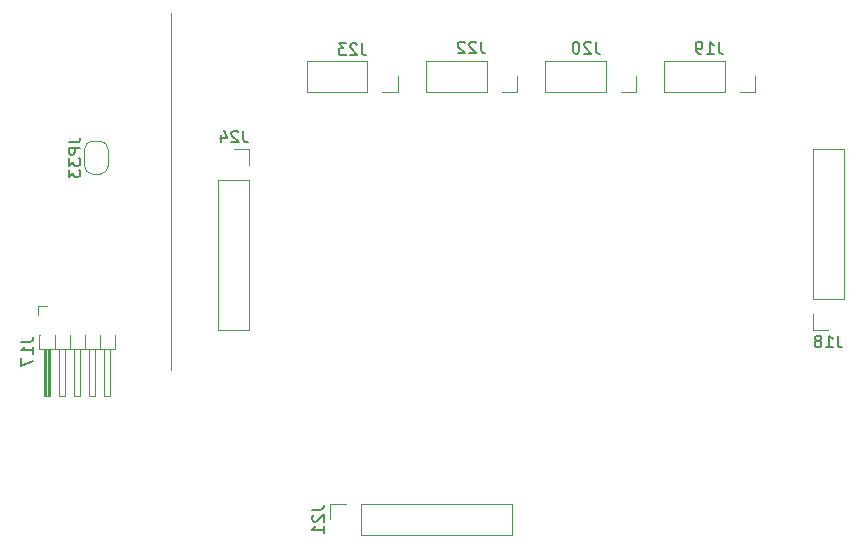
<source format=gbr>
G04 #@! TF.GenerationSoftware,KiCad,Pcbnew,(5.1.2)-2*
G04 #@! TF.CreationDate,2021-08-28T01:13:10-04:00*
G04 #@! TF.ProjectId,MAG_Plus,4d41475f-506c-4757-932e-6b696361645f,rev?*
G04 #@! TF.SameCoordinates,Original*
G04 #@! TF.FileFunction,Legend,Bot*
G04 #@! TF.FilePolarity,Positive*
%FSLAX46Y46*%
G04 Gerber Fmt 4.6, Leading zero omitted, Abs format (unit mm)*
G04 Created by KiCad (PCBNEW (5.1.2)-2) date 2021-08-28 01:13:10*
%MOMM*%
%LPD*%
G04 APERTURE LIST*
%ADD10C,0.120000*%
%ADD11C,0.150000*%
G04 APERTURE END LIST*
D10*
X54290000Y-254630000D02*
X54290000Y-284830000D01*
X46980000Y-266160000D02*
X46980000Y-267560000D01*
X47680000Y-268260000D02*
X48280000Y-268260000D01*
X48980000Y-267560000D02*
X48980000Y-266160000D01*
X48280000Y-265460000D02*
X47680000Y-265460000D01*
X47680000Y-265460000D02*
G75*
G03X46980000Y-266160000I0J-700000D01*
G01*
X48980000Y-266160000D02*
G75*
G03X48280000Y-265460000I-700000J0D01*
G01*
X48280000Y-268260000D02*
G75*
G03X48980000Y-267560000I0J700000D01*
G01*
X46980000Y-267560000D02*
G75*
G03X47680000Y-268260000I700000J0D01*
G01*
X73540000Y-261300000D02*
X73540000Y-259970000D01*
X72210000Y-261300000D02*
X73540000Y-261300000D01*
X70940000Y-261300000D02*
X70940000Y-258640000D01*
X70940000Y-258640000D02*
X65800000Y-258640000D01*
X70940000Y-261300000D02*
X65800000Y-261300000D01*
X65800000Y-261300000D02*
X65800000Y-258640000D01*
X75880000Y-261300000D02*
X75880000Y-258640000D01*
X81020000Y-261300000D02*
X75880000Y-261300000D01*
X81020000Y-258640000D02*
X75880000Y-258640000D01*
X81020000Y-261300000D02*
X81020000Y-258640000D01*
X82290000Y-261300000D02*
X83620000Y-261300000D01*
X83620000Y-261300000D02*
X83620000Y-259970000D01*
X83150000Y-296170000D02*
X83150000Y-298830000D01*
X70390000Y-296170000D02*
X83150000Y-296170000D01*
X70390000Y-298830000D02*
X83150000Y-298830000D01*
X70390000Y-296170000D02*
X70390000Y-298830000D01*
X69120000Y-296170000D02*
X67790000Y-296170000D01*
X67790000Y-296170000D02*
X67790000Y-297500000D01*
X96050000Y-261300000D02*
X96050000Y-258640000D01*
X101190000Y-261300000D02*
X96050000Y-261300000D01*
X101190000Y-258640000D02*
X96050000Y-258640000D01*
X101190000Y-261300000D02*
X101190000Y-258640000D01*
X102460000Y-261300000D02*
X103790000Y-261300000D01*
X103790000Y-261300000D02*
X103790000Y-259970000D01*
X43210323Y-281920000D02*
X43135000Y-281920000D01*
X43135000Y-281920000D02*
X43135000Y-283040000D01*
X43135000Y-283040000D02*
X49605000Y-283040000D01*
X49605000Y-283040000D02*
X49605000Y-281920000D01*
X49605000Y-281920000D02*
X49529677Y-281920000D01*
X43570000Y-283040000D02*
X43570000Y-287040000D01*
X43570000Y-287040000D02*
X44090000Y-287040000D01*
X44090000Y-287040000D02*
X44090000Y-283040000D01*
X43630000Y-283040000D02*
X43630000Y-287040000D01*
X43750000Y-283040000D02*
X43750000Y-287040000D01*
X43870000Y-283040000D02*
X43870000Y-287040000D01*
X43990000Y-283040000D02*
X43990000Y-287040000D01*
X44465000Y-281920000D02*
X44465000Y-283040000D01*
X44449677Y-281920000D02*
X44480323Y-281920000D01*
X44840000Y-283040000D02*
X44840000Y-287040000D01*
X44840000Y-287040000D02*
X45360000Y-287040000D01*
X45360000Y-287040000D02*
X45360000Y-283040000D01*
X45735000Y-281920000D02*
X45735000Y-283040000D01*
X45719677Y-281920000D02*
X45750323Y-281920000D01*
X46110000Y-283040000D02*
X46110000Y-287040000D01*
X46110000Y-287040000D02*
X46630000Y-287040000D01*
X46630000Y-287040000D02*
X46630000Y-283040000D01*
X47005000Y-281920000D02*
X47005000Y-283040000D01*
X46989677Y-281920000D02*
X47020323Y-281920000D01*
X47380000Y-283040000D02*
X47380000Y-287040000D01*
X47380000Y-287040000D02*
X47900000Y-287040000D01*
X47900000Y-287040000D02*
X47900000Y-283040000D01*
X48275000Y-281920000D02*
X48275000Y-283040000D01*
X48259677Y-281920000D02*
X48290323Y-281920000D01*
X48650000Y-283040000D02*
X48650000Y-287040000D01*
X48650000Y-287040000D02*
X49170000Y-287040000D01*
X49170000Y-287040000D02*
X49170000Y-283040000D01*
X43830000Y-279450000D02*
X43070000Y-279450000D01*
X43070000Y-279450000D02*
X43070000Y-280210000D01*
X108620000Y-281470000D02*
X109950000Y-281470000D01*
X108620000Y-280140000D02*
X108620000Y-281470000D01*
X108620000Y-278870000D02*
X111280000Y-278870000D01*
X111280000Y-278870000D02*
X111280000Y-266110000D01*
X108620000Y-278870000D02*
X108620000Y-266110000D01*
X108620000Y-266110000D02*
X111280000Y-266110000D01*
X93700000Y-261300000D02*
X93700000Y-259970000D01*
X92370000Y-261300000D02*
X93700000Y-261300000D01*
X91100000Y-261300000D02*
X91100000Y-258640000D01*
X91100000Y-258640000D02*
X85960000Y-258640000D01*
X91100000Y-261300000D02*
X85960000Y-261300000D01*
X85960000Y-261300000D02*
X85960000Y-258640000D01*
X60940000Y-281480000D02*
X58280000Y-281480000D01*
X60940000Y-268720000D02*
X60940000Y-281480000D01*
X58280000Y-268720000D02*
X58280000Y-281480000D01*
X60940000Y-268720000D02*
X58280000Y-268720000D01*
X60940000Y-267450000D02*
X60940000Y-266120000D01*
X60940000Y-266120000D02*
X59610000Y-266120000D01*
D11*
X45632380Y-265550476D02*
X46346666Y-265550476D01*
X46489523Y-265502857D01*
X46584761Y-265407619D01*
X46632380Y-265264761D01*
X46632380Y-265169523D01*
X46632380Y-266026666D02*
X45632380Y-266026666D01*
X45632380Y-266407619D01*
X45680000Y-266502857D01*
X45727619Y-266550476D01*
X45822857Y-266598095D01*
X45965714Y-266598095D01*
X46060952Y-266550476D01*
X46108571Y-266502857D01*
X46156190Y-266407619D01*
X46156190Y-266026666D01*
X45632380Y-266931428D02*
X45632380Y-267550476D01*
X46013333Y-267217142D01*
X46013333Y-267360000D01*
X46060952Y-267455238D01*
X46108571Y-267502857D01*
X46203809Y-267550476D01*
X46441904Y-267550476D01*
X46537142Y-267502857D01*
X46584761Y-267455238D01*
X46632380Y-267360000D01*
X46632380Y-267074285D01*
X46584761Y-266979047D01*
X46537142Y-266931428D01*
X45632380Y-267883809D02*
X45632380Y-268502857D01*
X46013333Y-268169523D01*
X46013333Y-268312380D01*
X46060952Y-268407619D01*
X46108571Y-268455238D01*
X46203809Y-268502857D01*
X46441904Y-268502857D01*
X46537142Y-268455238D01*
X46584761Y-268407619D01*
X46632380Y-268312380D01*
X46632380Y-268026666D01*
X46584761Y-267931428D01*
X46537142Y-267883809D01*
X70469523Y-257192380D02*
X70469523Y-257906666D01*
X70517142Y-258049523D01*
X70612380Y-258144761D01*
X70755238Y-258192380D01*
X70850476Y-258192380D01*
X70040952Y-257287619D02*
X69993333Y-257240000D01*
X69898095Y-257192380D01*
X69660000Y-257192380D01*
X69564761Y-257240000D01*
X69517142Y-257287619D01*
X69469523Y-257382857D01*
X69469523Y-257478095D01*
X69517142Y-257620952D01*
X70088571Y-258192380D01*
X69469523Y-258192380D01*
X69136190Y-257192380D02*
X68517142Y-257192380D01*
X68850476Y-257573333D01*
X68707619Y-257573333D01*
X68612380Y-257620952D01*
X68564761Y-257668571D01*
X68517142Y-257763809D01*
X68517142Y-258001904D01*
X68564761Y-258097142D01*
X68612380Y-258144761D01*
X68707619Y-258192380D01*
X68993333Y-258192380D01*
X69088571Y-258144761D01*
X69136190Y-258097142D01*
X80549523Y-257042380D02*
X80549523Y-257756666D01*
X80597142Y-257899523D01*
X80692380Y-257994761D01*
X80835238Y-258042380D01*
X80930476Y-258042380D01*
X80120952Y-257137619D02*
X80073333Y-257090000D01*
X79978095Y-257042380D01*
X79740000Y-257042380D01*
X79644761Y-257090000D01*
X79597142Y-257137619D01*
X79549523Y-257232857D01*
X79549523Y-257328095D01*
X79597142Y-257470952D01*
X80168571Y-258042380D01*
X79549523Y-258042380D01*
X79168571Y-257137619D02*
X79120952Y-257090000D01*
X79025714Y-257042380D01*
X78787619Y-257042380D01*
X78692380Y-257090000D01*
X78644761Y-257137619D01*
X78597142Y-257232857D01*
X78597142Y-257328095D01*
X78644761Y-257470952D01*
X79216190Y-258042380D01*
X78597142Y-258042380D01*
X66242380Y-296690476D02*
X66956666Y-296690476D01*
X67099523Y-296642857D01*
X67194761Y-296547619D01*
X67242380Y-296404761D01*
X67242380Y-296309523D01*
X66337619Y-297119047D02*
X66290000Y-297166666D01*
X66242380Y-297261904D01*
X66242380Y-297500000D01*
X66290000Y-297595238D01*
X66337619Y-297642857D01*
X66432857Y-297690476D01*
X66528095Y-297690476D01*
X66670952Y-297642857D01*
X67242380Y-297071428D01*
X67242380Y-297690476D01*
X67242380Y-298642857D02*
X67242380Y-298071428D01*
X67242380Y-298357142D02*
X66242380Y-298357142D01*
X66385238Y-298261904D01*
X66480476Y-298166666D01*
X66528095Y-298071428D01*
X100679523Y-257052380D02*
X100679523Y-257766666D01*
X100727142Y-257909523D01*
X100822380Y-258004761D01*
X100965238Y-258052380D01*
X101060476Y-258052380D01*
X99679523Y-258052380D02*
X100250952Y-258052380D01*
X99965238Y-258052380D02*
X99965238Y-257052380D01*
X100060476Y-257195238D01*
X100155714Y-257290476D01*
X100250952Y-257338095D01*
X99203333Y-258052380D02*
X99012857Y-258052380D01*
X98917619Y-258004761D01*
X98870000Y-257957142D01*
X98774761Y-257814285D01*
X98727142Y-257623809D01*
X98727142Y-257242857D01*
X98774761Y-257147619D01*
X98822380Y-257100000D01*
X98917619Y-257052380D01*
X99108095Y-257052380D01*
X99203333Y-257100000D01*
X99250952Y-257147619D01*
X99298571Y-257242857D01*
X99298571Y-257480952D01*
X99250952Y-257576190D01*
X99203333Y-257623809D01*
X99108095Y-257671428D01*
X98917619Y-257671428D01*
X98822380Y-257623809D01*
X98774761Y-257576190D01*
X98727142Y-257480952D01*
X41647380Y-282467976D02*
X42361666Y-282467976D01*
X42504523Y-282420357D01*
X42599761Y-282325119D01*
X42647380Y-282182261D01*
X42647380Y-282087023D01*
X42647380Y-283467976D02*
X42647380Y-282896547D01*
X42647380Y-283182261D02*
X41647380Y-283182261D01*
X41790238Y-283087023D01*
X41885476Y-282991785D01*
X41933095Y-282896547D01*
X41647380Y-283801309D02*
X41647380Y-284467976D01*
X42647380Y-284039404D01*
X110759523Y-281922380D02*
X110759523Y-282636666D01*
X110807142Y-282779523D01*
X110902380Y-282874761D01*
X111045238Y-282922380D01*
X111140476Y-282922380D01*
X109759523Y-282922380D02*
X110330952Y-282922380D01*
X110045238Y-282922380D02*
X110045238Y-281922380D01*
X110140476Y-282065238D01*
X110235714Y-282160476D01*
X110330952Y-282208095D01*
X109188095Y-282350952D02*
X109283333Y-282303333D01*
X109330952Y-282255714D01*
X109378571Y-282160476D01*
X109378571Y-282112857D01*
X109330952Y-282017619D01*
X109283333Y-281970000D01*
X109188095Y-281922380D01*
X108997619Y-281922380D01*
X108902380Y-281970000D01*
X108854761Y-282017619D01*
X108807142Y-282112857D01*
X108807142Y-282160476D01*
X108854761Y-282255714D01*
X108902380Y-282303333D01*
X108997619Y-282350952D01*
X109188095Y-282350952D01*
X109283333Y-282398571D01*
X109330952Y-282446190D01*
X109378571Y-282541428D01*
X109378571Y-282731904D01*
X109330952Y-282827142D01*
X109283333Y-282874761D01*
X109188095Y-282922380D01*
X108997619Y-282922380D01*
X108902380Y-282874761D01*
X108854761Y-282827142D01*
X108807142Y-282731904D01*
X108807142Y-282541428D01*
X108854761Y-282446190D01*
X108902380Y-282398571D01*
X108997619Y-282350952D01*
X90269523Y-257062380D02*
X90269523Y-257776666D01*
X90317142Y-257919523D01*
X90412380Y-258014761D01*
X90555238Y-258062380D01*
X90650476Y-258062380D01*
X89840952Y-257157619D02*
X89793333Y-257110000D01*
X89698095Y-257062380D01*
X89460000Y-257062380D01*
X89364761Y-257110000D01*
X89317142Y-257157619D01*
X89269523Y-257252857D01*
X89269523Y-257348095D01*
X89317142Y-257490952D01*
X89888571Y-258062380D01*
X89269523Y-258062380D01*
X88650476Y-257062380D02*
X88555238Y-257062380D01*
X88460000Y-257110000D01*
X88412380Y-257157619D01*
X88364761Y-257252857D01*
X88317142Y-257443333D01*
X88317142Y-257681428D01*
X88364761Y-257871904D01*
X88412380Y-257967142D01*
X88460000Y-258014761D01*
X88555238Y-258062380D01*
X88650476Y-258062380D01*
X88745714Y-258014761D01*
X88793333Y-257967142D01*
X88840952Y-257871904D01*
X88888571Y-257681428D01*
X88888571Y-257443333D01*
X88840952Y-257252857D01*
X88793333Y-257157619D01*
X88745714Y-257110000D01*
X88650476Y-257062380D01*
X60419523Y-264572380D02*
X60419523Y-265286666D01*
X60467142Y-265429523D01*
X60562380Y-265524761D01*
X60705238Y-265572380D01*
X60800476Y-265572380D01*
X59990952Y-264667619D02*
X59943333Y-264620000D01*
X59848095Y-264572380D01*
X59610000Y-264572380D01*
X59514761Y-264620000D01*
X59467142Y-264667619D01*
X59419523Y-264762857D01*
X59419523Y-264858095D01*
X59467142Y-265000952D01*
X60038571Y-265572380D01*
X59419523Y-265572380D01*
X58562380Y-264905714D02*
X58562380Y-265572380D01*
X58800476Y-264524761D02*
X59038571Y-265239047D01*
X58419523Y-265239047D01*
M02*

</source>
